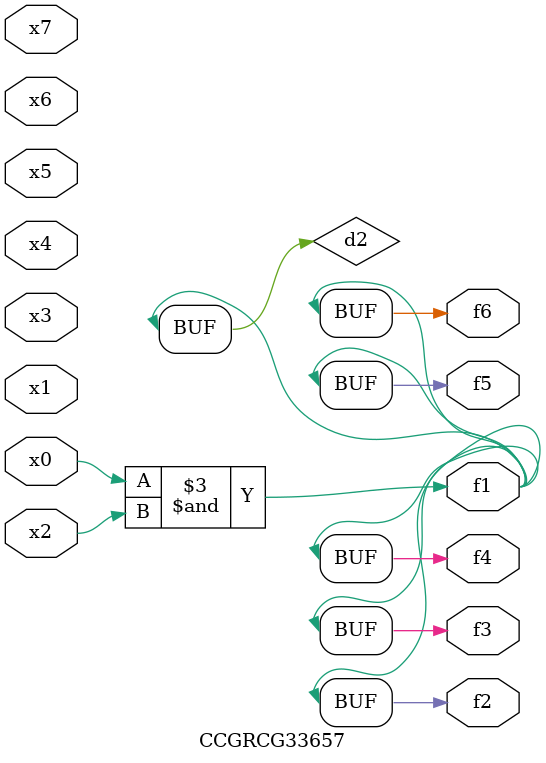
<source format=v>
module CCGRCG33657(
	input x0, x1, x2, x3, x4, x5, x6, x7,
	output f1, f2, f3, f4, f5, f6
);

	wire d1, d2;

	nor (d1, x3, x6);
	and (d2, x0, x2);
	assign f1 = d2;
	assign f2 = d2;
	assign f3 = d2;
	assign f4 = d2;
	assign f5 = d2;
	assign f6 = d2;
endmodule

</source>
